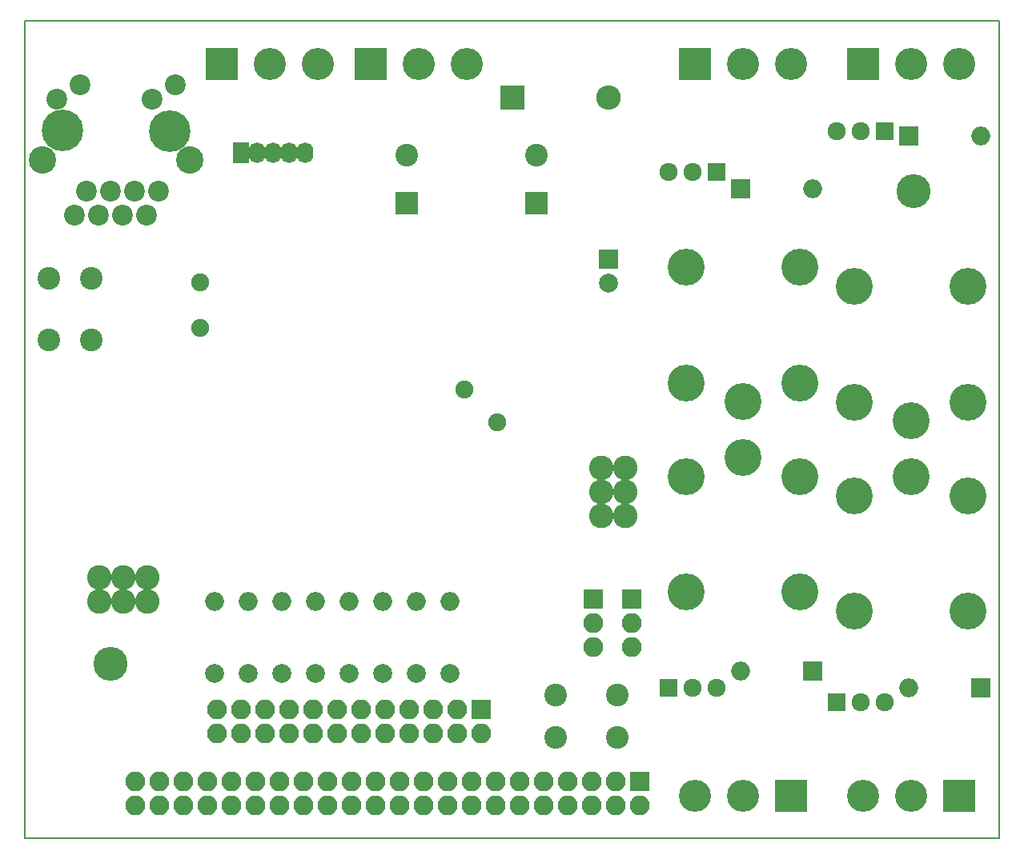
<source format=gbs>
G04 #@! TF.FileFunction,Soldermask,Bot*
%FSLAX46Y46*%
G04 Gerber Fmt 4.6, Leading zero omitted, Abs format (unit mm)*
G04 Created by KiCad (PCBNEW 4.0.7) date 03/03/18 09:37:42*
%MOMM*%
%LPD*%
G01*
G04 APERTURE LIST*
%ADD10C,0.100000*%
%ADD11C,0.150000*%
%ADD12C,3.600000*%
%ADD13C,3.900000*%
%ADD14R,2.000000X2.000000*%
%ADD15C,2.000000*%
%ADD16R,2.400000X2.400000*%
%ADD17C,2.400000*%
%ADD18R,2.600000X2.600000*%
%ADD19O,2.600000X2.600000*%
%ADD20R,2.100000X2.100000*%
%ADD21O,2.100000X2.100000*%
%ADD22R,3.400000X3.400000*%
%ADD23C,3.400000*%
%ADD24C,2.200000*%
%ADD25C,4.400000*%
%ADD26C,2.900000*%
%ADD27O,2.000000X2.000000*%
%ADD28C,2.600000*%
%ADD29C,1.920000*%
%ADD30R,1.920000X1.920000*%
%ADD31R,1.750000X2.200000*%
%ADD32O,1.750000X2.200000*%
%ADD33C,1.900000*%
G04 APERTURE END LIST*
D10*
D11*
X30000000Y-116500000D02*
X30000000Y-30000000D01*
X133000000Y-116500000D02*
X30000000Y-116500000D01*
X133000000Y-30000000D02*
X133000000Y-116500000D01*
X30000000Y-30000000D02*
X133000000Y-30000000D01*
D12*
X38989000Y-98044000D03*
D13*
X105918000Y-70326000D03*
X99918000Y-68326000D03*
X111918000Y-68326000D03*
X99918000Y-56126000D03*
X111918000Y-56126000D03*
D14*
X91694000Y-55245000D03*
D15*
X91694000Y-57745000D03*
D16*
X84074000Y-49276000D03*
D17*
X84074000Y-44276000D03*
D18*
X81534000Y-38100000D03*
D19*
X91694000Y-38100000D03*
D20*
X94107000Y-91186000D03*
D21*
X94107000Y-93726000D03*
X94107000Y-96266000D03*
D20*
X90043000Y-91186000D03*
D21*
X90043000Y-93726000D03*
X90043000Y-96266000D03*
D22*
X100838000Y-34544000D03*
D23*
X105918000Y-34544000D03*
X110998000Y-34544000D03*
D22*
X118618000Y-34544000D03*
D23*
X123698000Y-34544000D03*
X128778000Y-34544000D03*
D22*
X110998000Y-112014000D03*
D23*
X105918000Y-112014000D03*
X100838000Y-112014000D03*
D22*
X128778000Y-112014000D03*
D23*
X123698000Y-112014000D03*
X118618000Y-112014000D03*
D24*
X44069000Y-48006000D03*
X42799000Y-50546000D03*
X41529000Y-48006000D03*
X40259000Y-50546000D03*
X38989000Y-48006000D03*
X37719000Y-50546000D03*
X36449000Y-48006000D03*
X35179000Y-50546000D03*
D25*
X45324000Y-41666000D03*
X33924000Y-41636000D03*
D26*
X47424000Y-44706000D03*
X31824000Y-44706000D03*
D24*
X45924000Y-36766000D03*
X43424000Y-38286000D03*
X33324000Y-38286000D03*
X35824000Y-36766000D03*
D22*
X66548000Y-34544000D03*
D23*
X71628000Y-34544000D03*
X76708000Y-34544000D03*
D22*
X50800000Y-34544000D03*
D23*
X55880000Y-34544000D03*
X60960000Y-34544000D03*
D20*
X78232000Y-102870000D03*
D21*
X78232000Y-105410000D03*
X75692000Y-102870000D03*
X75692000Y-105410000D03*
X73152000Y-102870000D03*
X73152000Y-105410000D03*
X70612000Y-102870000D03*
X70612000Y-105410000D03*
X68072000Y-102870000D03*
X68072000Y-105410000D03*
X65532000Y-102870000D03*
X65532000Y-105410000D03*
X62992000Y-102870000D03*
X62992000Y-105410000D03*
X60452000Y-102870000D03*
X60452000Y-105410000D03*
X57912000Y-102870000D03*
X57912000Y-105410000D03*
X55372000Y-102870000D03*
X55372000Y-105410000D03*
X52832000Y-102870000D03*
X52832000Y-105410000D03*
X50292000Y-102870000D03*
X50292000Y-105410000D03*
D16*
X70358000Y-49276000D03*
D17*
X70358000Y-44276000D03*
D15*
X74930000Y-99060000D03*
D27*
X74930000Y-91440000D03*
D15*
X71374000Y-99060000D03*
D27*
X71374000Y-91440000D03*
D15*
X67818000Y-99060000D03*
D27*
X67818000Y-91440000D03*
D15*
X64262000Y-99060000D03*
D27*
X64262000Y-91440000D03*
D15*
X60706000Y-99060000D03*
D27*
X60706000Y-91440000D03*
D15*
X57150000Y-99060000D03*
D27*
X57150000Y-91440000D03*
D15*
X53594000Y-99060000D03*
D27*
X53594000Y-91440000D03*
D15*
X50038000Y-99060000D03*
D27*
X50038000Y-91440000D03*
D28*
X42926000Y-88900000D03*
X42926000Y-91440000D03*
X40386000Y-88900000D03*
X40386000Y-91440000D03*
X37846000Y-88900000D03*
X37846000Y-91440000D03*
X90932000Y-77343000D03*
X93472000Y-77343000D03*
X90932000Y-79883000D03*
X93472000Y-79883000D03*
X90932000Y-82423000D03*
X93472000Y-82423000D03*
D17*
X86106000Y-105846000D03*
X86106000Y-101346000D03*
X92606000Y-105846000D03*
X92606000Y-101346000D03*
D20*
X94996000Y-110490000D03*
D21*
X94996000Y-113030000D03*
X92456000Y-110490000D03*
X92456000Y-113030000D03*
X89916000Y-110490000D03*
X89916000Y-113030000D03*
X87376000Y-110490000D03*
X87376000Y-113030000D03*
X84836000Y-110490000D03*
X84836000Y-113030000D03*
X82296000Y-110490000D03*
X82296000Y-113030000D03*
X79756000Y-110490000D03*
X79756000Y-113030000D03*
X77216000Y-110490000D03*
X77216000Y-113030000D03*
X74676000Y-110490000D03*
X74676000Y-113030000D03*
X72136000Y-110490000D03*
X72136000Y-113030000D03*
X69596000Y-110490000D03*
X69596000Y-113030000D03*
X67056000Y-110490000D03*
X67056000Y-113030000D03*
X64516000Y-110490000D03*
X64516000Y-113030000D03*
X61976000Y-110490000D03*
X61976000Y-113030000D03*
X59436000Y-110490000D03*
X59436000Y-113030000D03*
X56896000Y-110490000D03*
X56896000Y-113030000D03*
X54356000Y-110490000D03*
X54356000Y-113030000D03*
X51816000Y-110490000D03*
X51816000Y-113030000D03*
X49276000Y-110490000D03*
X49276000Y-113030000D03*
X46736000Y-110490000D03*
X46736000Y-113030000D03*
X44196000Y-110490000D03*
X44196000Y-113030000D03*
X41656000Y-110490000D03*
X41656000Y-113030000D03*
D29*
X100584000Y-45974000D03*
X98044000Y-45974000D03*
D30*
X103124000Y-45974000D03*
D29*
X118364000Y-41656000D03*
X115824000Y-41656000D03*
D30*
X120904000Y-41656000D03*
D14*
X105664000Y-47752000D03*
D27*
X113284000Y-47752000D03*
D14*
X123444000Y-42164000D03*
D27*
X131064000Y-42164000D03*
D13*
X123698000Y-72358000D03*
X117698000Y-70358000D03*
X129698000Y-70358000D03*
X117698000Y-58158000D03*
X129698000Y-58158000D03*
D29*
X100584000Y-100584000D03*
X103124000Y-100584000D03*
D30*
X98044000Y-100584000D03*
D29*
X118364000Y-102108000D03*
X120904000Y-102108000D03*
D30*
X115824000Y-102108000D03*
D14*
X113284000Y-98806000D03*
D27*
X105664000Y-98806000D03*
D13*
X105918000Y-76232000D03*
X111918000Y-78232000D03*
X99918000Y-78232000D03*
X111918000Y-90432000D03*
X99918000Y-90432000D03*
D14*
X131064000Y-100584000D03*
D27*
X123444000Y-100584000D03*
D13*
X123698000Y-78264000D03*
X129698000Y-80264000D03*
X117698000Y-80264000D03*
X129698000Y-92464000D03*
X117698000Y-92464000D03*
D31*
X52832000Y-43942000D03*
D32*
X54532000Y-43942000D03*
X56232000Y-43942000D03*
X57932000Y-43942000D03*
X59632000Y-43942000D03*
D33*
X79883000Y-72517000D03*
X76432319Y-69066319D03*
X48514000Y-57658000D03*
X48514000Y-62538000D03*
D17*
X37012000Y-63754000D03*
X32512000Y-63754000D03*
X37012000Y-57254000D03*
X32512000Y-57254000D03*
D12*
X123952000Y-48006000D03*
M02*

</source>
